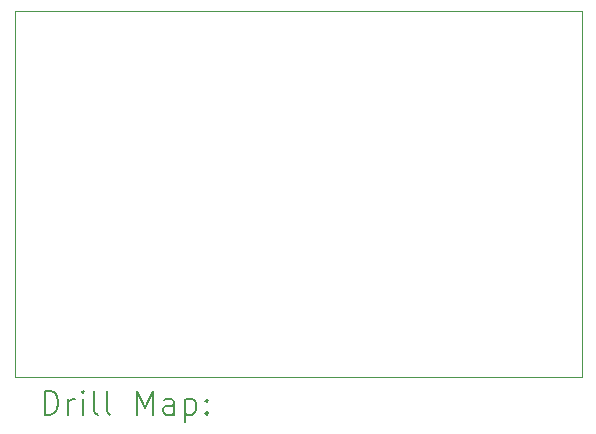
<source format=gbr>
%TF.GenerationSoftware,KiCad,Pcbnew,(6.0.8-1)-1*%
%TF.CreationDate,2024-02-23T21:50:13-06:00*%
%TF.ProjectId,Addressable LED Interface,41646472-6573-4736-9162-6c65204c4544,rev?*%
%TF.SameCoordinates,Original*%
%TF.FileFunction,Drillmap*%
%TF.FilePolarity,Positive*%
%FSLAX45Y45*%
G04 Gerber Fmt 4.5, Leading zero omitted, Abs format (unit mm)*
G04 Created by KiCad (PCBNEW (6.0.8-1)-1) date 2024-02-23 21:50:13*
%MOMM*%
%LPD*%
G01*
G04 APERTURE LIST*
%ADD10C,0.100000*%
%ADD11C,0.200000*%
G04 APERTURE END LIST*
D10*
X12050000Y-9250000D02*
X16850000Y-9250000D01*
X16850000Y-9250000D02*
X16850000Y-12350000D01*
X16850000Y-12350000D02*
X12050000Y-12350000D01*
X12050000Y-12350000D02*
X12050000Y-9250000D01*
D11*
X12302619Y-12665476D02*
X12302619Y-12465476D01*
X12350238Y-12465476D01*
X12378809Y-12475000D01*
X12397857Y-12494048D01*
X12407381Y-12513095D01*
X12416905Y-12551190D01*
X12416905Y-12579762D01*
X12407381Y-12617857D01*
X12397857Y-12636905D01*
X12378809Y-12655952D01*
X12350238Y-12665476D01*
X12302619Y-12665476D01*
X12502619Y-12665476D02*
X12502619Y-12532143D01*
X12502619Y-12570238D02*
X12512143Y-12551190D01*
X12521667Y-12541667D01*
X12540714Y-12532143D01*
X12559762Y-12532143D01*
X12626428Y-12665476D02*
X12626428Y-12532143D01*
X12626428Y-12465476D02*
X12616905Y-12475000D01*
X12626428Y-12484524D01*
X12635952Y-12475000D01*
X12626428Y-12465476D01*
X12626428Y-12484524D01*
X12750238Y-12665476D02*
X12731190Y-12655952D01*
X12721667Y-12636905D01*
X12721667Y-12465476D01*
X12855000Y-12665476D02*
X12835952Y-12655952D01*
X12826428Y-12636905D01*
X12826428Y-12465476D01*
X13083571Y-12665476D02*
X13083571Y-12465476D01*
X13150238Y-12608333D01*
X13216905Y-12465476D01*
X13216905Y-12665476D01*
X13397857Y-12665476D02*
X13397857Y-12560714D01*
X13388333Y-12541667D01*
X13369286Y-12532143D01*
X13331190Y-12532143D01*
X13312143Y-12541667D01*
X13397857Y-12655952D02*
X13378809Y-12665476D01*
X13331190Y-12665476D01*
X13312143Y-12655952D01*
X13302619Y-12636905D01*
X13302619Y-12617857D01*
X13312143Y-12598809D01*
X13331190Y-12589286D01*
X13378809Y-12589286D01*
X13397857Y-12579762D01*
X13493095Y-12532143D02*
X13493095Y-12732143D01*
X13493095Y-12541667D02*
X13512143Y-12532143D01*
X13550238Y-12532143D01*
X13569286Y-12541667D01*
X13578809Y-12551190D01*
X13588333Y-12570238D01*
X13588333Y-12627381D01*
X13578809Y-12646428D01*
X13569286Y-12655952D01*
X13550238Y-12665476D01*
X13512143Y-12665476D01*
X13493095Y-12655952D01*
X13674048Y-12646428D02*
X13683571Y-12655952D01*
X13674048Y-12665476D01*
X13664524Y-12655952D01*
X13674048Y-12646428D01*
X13674048Y-12665476D01*
X13674048Y-12541667D02*
X13683571Y-12551190D01*
X13674048Y-12560714D01*
X13664524Y-12551190D01*
X13674048Y-12541667D01*
X13674048Y-12560714D01*
M02*

</source>
